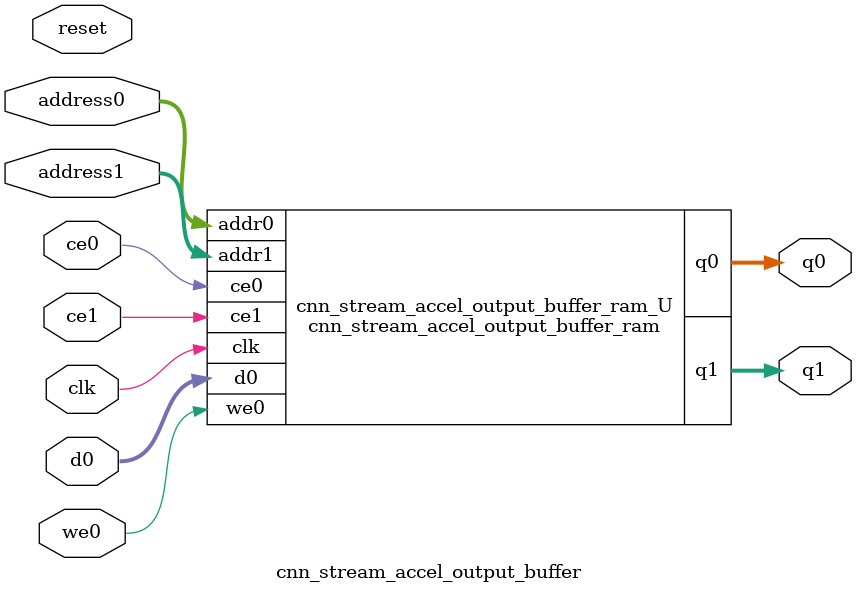
<source format=v>
`timescale 1 ns / 1 ps
module cnn_stream_accel_output_buffer_ram (addr0, ce0, d0, we0, q0, addr1, ce1, q1,  clk);

parameter DWIDTH = 32;
parameter AWIDTH = 4;
parameter MEM_SIZE = 10;

input[AWIDTH-1:0] addr0;
input ce0;
input[DWIDTH-1:0] d0;
input we0;
output reg[DWIDTH-1:0] q0;
input[AWIDTH-1:0] addr1;
input ce1;
output reg[DWIDTH-1:0] q1;
input clk;

reg [DWIDTH-1:0] ram[0:MEM_SIZE-1];




always @(posedge clk)  
begin 
    if (ce0) begin
        if (we0) 
            ram[addr0] <= d0; 
        q0 <= ram[addr0];
    end
end


always @(posedge clk)  
begin 
    if (ce1) begin
        q1 <= ram[addr1];
    end
end


endmodule

`timescale 1 ns / 1 ps
module cnn_stream_accel_output_buffer(
    reset,
    clk,
    address0,
    ce0,
    we0,
    d0,
    q0,
    address1,
    ce1,
    q1);

parameter DataWidth = 32'd32;
parameter AddressRange = 32'd10;
parameter AddressWidth = 32'd4;
input reset;
input clk;
input[AddressWidth - 1:0] address0;
input ce0;
input we0;
input[DataWidth - 1:0] d0;
output[DataWidth - 1:0] q0;
input[AddressWidth - 1:0] address1;
input ce1;
output[DataWidth - 1:0] q1;



cnn_stream_accel_output_buffer_ram cnn_stream_accel_output_buffer_ram_U(
    .clk( clk ),
    .addr0( address0 ),
    .ce0( ce0 ),
    .we0( we0 ),
    .d0( d0 ),
    .q0( q0 ),
    .addr1( address1 ),
    .ce1( ce1 ),
    .q1( q1 ));

endmodule


</source>
